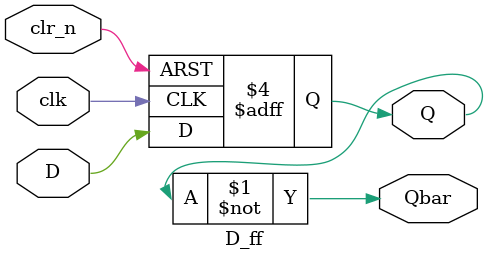
<source format=v>
`timescale 1ns / 1ps


module D_ff
#(parameter LEN = 1)
(
    input clk,
    input clr_n,
    input [(LEN-1):0] D,
    output reg [(LEN-1):0] Q,
    output [(LEN-1):0] Qbar    
);

    assign Qbar = ~Q;
    
    always @(negedge clr_n or posedge clk) begin
        if (!clr_n) begin
            Q <= {(LEN){1'b1}};
        end
        else begin
            Q <= D;
        end
    end
endmodule

</source>
